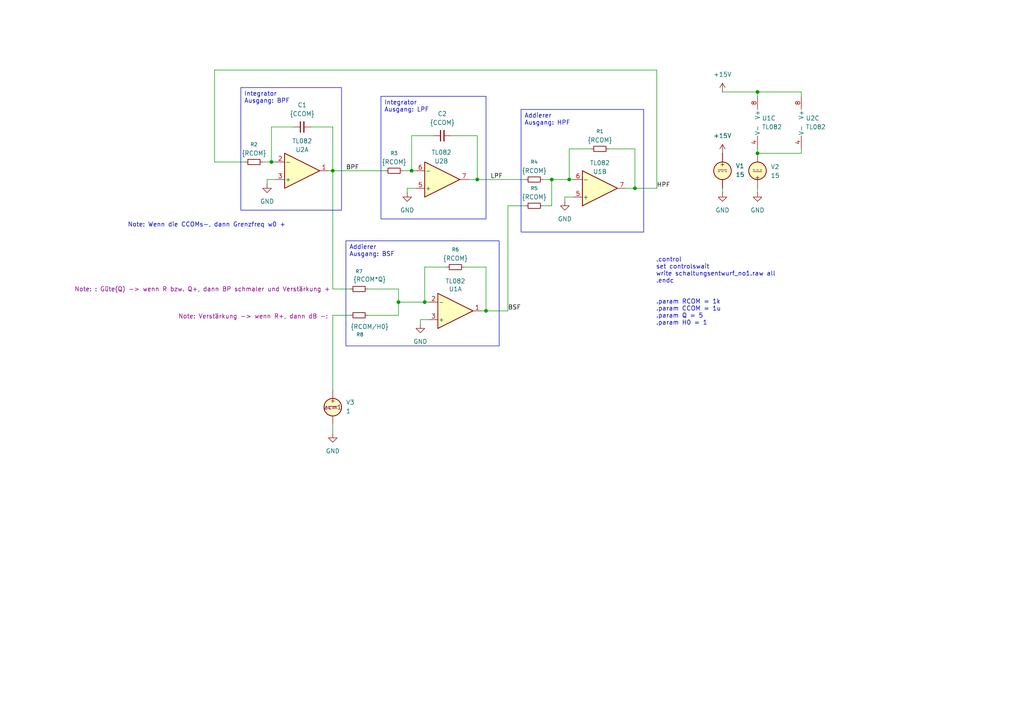
<source format=kicad_sch>
(kicad_sch (version 20250114) (generator "eeschema") (generator_version "9.0")
  (paper "A4")
  (lib_symbols
    (symbol "Amplifier_Operational:TL082" (pin_names (offset 0.127))
      (property "Reference" "U" (at 0 5.08 0))
      (property "Value" "TL082" (at 0 -5.08 0))
      (symbol "TL082_1_1"
        (polyline (pts (xy -5.08 5.08) (xy 5.08 0) (xy -5.08 -5.08) (xy -5.08 5.08)) (stroke (width 0.254)) (fill (type background)))
        (pin input line (at -7.62 2.54 0) (length 2.54) (name "+") (number "3"))
        (pin input line (at -7.62 -2.54 0) (length 2.54) (name "-") (number "2"))
        (pin output line (at 7.62 0 180) (length 2.54) (name "~") (number "1"))
      )
      (symbol "TL082_2_1"
        (polyline (pts (xy -5.08 5.08) (xy 5.08 0) (xy -5.08 -5.08) (xy -5.08 5.08)) (stroke (width 0.254)) (fill (type background)))
        (pin input line (at -7.62 2.54 0) (length 2.54) (name "+") (number "5"))
        (pin input line (at -7.62 -2.54 0) (length 2.54) (name "-") (number "6"))
        (pin output line (at 7.62 0 180) (length 2.54) (name "~") (number "7"))
      )
      (symbol "TL082_3_1"
        (pin power_in line (at -2.54 7.62 270) (length 3.81) (name "V+") (number "8"))
        (pin power_in line (at -2.54 -7.62 90) (length 3.81) (name "V-") (number "4"))
      )
    )
    (symbol "Device:C_Small" (pin_numbers (hide yes)) (pin_names (offset 0.254) (hide yes))
      (property "Reference" "C" (at 0.254 1.778 0))
      (property "Value" "C_Small" (at 0.254 -2.032 0))
      (symbol "C_Small_0_1"
        (polyline (pts (xy -1.524 0.508) (xy 1.524 0.508)) (stroke (width 0.3048)))
        (polyline (pts (xy -1.524 -0.508) (xy 1.524 -0.508)) (stroke (width 0.3302)))
      )
      (symbol "C_Small_1_1"
        (pin passive line (at 0 2.54 270) (length 2.032) (name "~") (number "1"))
        (pin passive line (at 0 -2.54 90) (length 2.032) (name "~") (number "2"))
      )
    )
    (symbol "Device:R_Small" (pin_numbers (hide yes)) (pin_names (offset 0.254) (hide yes))
      (property "Reference" "R" (at 0 0 90))
      (property "Value" "R_Small" (at 1.778 0 90))
      (symbol "R_Small_0_1"
        (rectangle (start -0.762 1.778) (end 0.762 -1.778) (stroke (width 0.2032)))
      )
      (symbol "R_Small_1_1"
        (pin passive line (at 0 2.54 270) (length 0.762) (name "~") (number "1"))
        (pin passive line (at 0 -2.54 90) (length 0.762) (name "~") (number "2"))
      )
    )
    (symbol "Simulation_SPICE:VDC" (pin_numbers (hide yes)) (pin_names (offset 0.0254))
      (property "Reference" "V" (at 2.54 2.54 0))
      (property "Value" "1" (at 2.54 0 0))
      (symbol "VDC_0_0"
        (polyline (pts (xy -1.27 0.254) (xy 1.27 0.254)))
        (polyline (pts (xy -0.762 -0.254) (xy -1.27 -0.254)))
        (polyline (pts (xy 0.254 -0.254) (xy -0.254 -0.254)))
        (polyline (pts (xy 1.27 -0.254) (xy 0.762 -0.254)))
        (text "+" (at 0 1.905 0) (effects (font (size 1.27 1.27))))
      )
      (symbol "VDC_0_1"
        (circle (center 0 0) (radius 2.54) (stroke (width 0.254)) (fill (type background)))
      )
      (symbol "VDC_1_1"
        (pin passive line (at 0 5.08 270) (length 2.54) (name "~") (number "1"))
        (pin passive line (at 0 -5.08 90) (length 2.54) (name "~") (number "2"))
      )
    )
    (symbol "power:+15V" (power) (pin_numbers (hide yes)) (pin_names (offset 0) (hide yes))
      (property "Value" "+15V" (at 0 3.556 0))
      (symbol "+15V_0_1"
        (polyline (pts (xy -0.762 1.27) (xy 0 2.54)))
        (polyline (pts (xy 0 2.54) (xy 0.762 1.27)))
        (polyline (pts (xy 0 0) (xy 0 2.54)))
      )
      (symbol "+15V_1_1"
        (pin power_in line (at 0 0 90) (length 0) (name "~") (number "1"))
      )
    )
    (symbol "power:GND" (power) (pin_numbers (hide yes)) (pin_names (offset 0) (hide yes))
      (property "Value" "GND" (at 0 -3.81 0))
      (symbol "GND_0_1"
        (polyline (pts (xy 0 0) (xy 0 -1.27) (xy 1.27 -1.27) (xy 0 -2.54) (xy -1.27 -1.27) (xy 0 -1.27)))
      )
      (symbol "GND_1_1"
        (pin power_in line (at 0 0 270) (length 0) (name "~") (number "1"))
      )
    )
  )
  (text ".control\nset controlswait\nwrite schaltungsentwurf_no1.raw all\n.endc" (at 190.246 78.486 0) (effects (font (size 1.27 1.27)) (justify left)))
  (text "Note: Wenn die CCOMs-, dann Grenzfreq w0 +" (at 59.944 65.278 0) (effects (font (size 1.27 1.27))))
  (text ".param RCOM = 1k\n.param CCOM = 1u\n.param Q = 5\n.param H0 = 1\n\n" (at 190.246 86.868 0) (effects (font (size 1.27 1.27)) (justify left top)))
  (text_box "Integrator\nAusgang: LPF\n" (at 110.49 27.94 0) (size 30.48 35.56) (margins 0.9525 0.9525 0.9525 0.9525) (effects (font (size 1.27 1.27)) (justify left top)))
  (text_box "Addierer\nAusgang: HPF\n" (at 151.13 31.75 0) (size 35.56 35.56) (margins 0.9525 0.9525 0.9525 0.9525) (effects (font (size 1.27 1.27)) (justify left top)))
  (text_box "Addierer\nAusgang: BSF\n" (at 100.33 69.85 0) (size 44.45 30.48) (margins 0.9525 0.9525 0.9525 0.9525) (effects (font (size 1.27 1.27)) (justify left top)))
  (text_box "Integrator\nAusgang: BPF\n" (at 69.85 25.4 0) (size 29.21 35.56) (margins 0.9525 0.9525 0.9525 0.9525) (effects (font (size 1.27 1.27)) (justify left top)))
  (junction (at 219.71 26.67))
  (junction (at 140.97 90.17))
  (junction (at 119.38 49.53))
  (junction (at 184.15 54.61))
  (junction (at 96.52 49.53))
  (junction (at 219.71 44.45))
  (junction (at 123.19 87.63))
  (junction (at 160.02 52.07))
  (junction (at 115.57 87.63))
  (junction (at 138.43 52.07))
  (junction (at 78.74 46.99))
  (junction (at 165.1 52.07))
  (wire (pts (xy 219.71 43.18) (xy 219.71 44.45)))
  (wire (pts (xy 118.11 54.61) (xy 120.65 54.61)))
  (wire (pts (xy 190.5 20.32) (xy 190.5 54.61)))
  (wire (pts (xy 90.17 36.83) (xy 96.52 36.83)))
  (wire (pts (xy 140.97 90.17) (xy 140.97 77.47)))
  (wire (pts (xy 176.53 43.18) (xy 184.15 43.18)))
  (wire (pts (xy 171.45 43.18) (xy 165.1 43.18)))
  (wire (pts (xy 106.68 91.44) (xy 115.57 91.44)))
  (wire (pts (xy 77.47 52.07) (xy 80.01 52.07)))
  (wire (pts (xy 96.52 83.82) (xy 101.6 83.82)))
  (wire (pts (xy 96.52 36.83) (xy 96.52 49.53)))
  (wire (pts (xy 77.47 53.34) (xy 77.47 52.07)))
  (wire (pts (xy 165.1 43.18) (xy 165.1 52.07)))
  (wire (pts (xy 123.19 87.63) (xy 124.46 87.63)))
  (wire (pts (xy 232.41 44.45) (xy 219.71 44.45)))
  (wire (pts (xy 76.2 46.99) (xy 78.74 46.99)))
  (wire (pts (xy 135.89 52.07) (xy 138.43 52.07)))
  (wire (pts (xy 232.41 43.18) (xy 232.41 44.45)))
  (wire (pts (xy 165.1 52.07) (xy 166.37 52.07)))
  (wire (pts (xy 96.52 123.19) (xy 96.52 125.73)))
  (wire (pts (xy 85.09 36.83) (xy 78.74 36.83)))
  (wire (pts (xy 78.74 46.99) (xy 80.01 46.99)))
  (wire (pts (xy 190.5 54.61) (xy 184.15 54.61)))
  (wire (pts (xy 123.19 77.47) (xy 123.19 87.63)))
  (wire (pts (xy 119.38 39.37) (xy 119.38 49.53)))
  (wire (pts (xy 160.02 52.07) (xy 165.1 52.07)))
  (wire (pts (xy 116.84 49.53) (xy 119.38 49.53)))
  (wire (pts (xy 71.12 46.99) (xy 62.23 46.99)))
  (wire (pts (xy 115.57 91.44) (xy 115.57 87.63)))
  (wire (pts (xy 115.57 83.82) (xy 115.57 87.63)))
  (wire (pts (xy 147.32 59.69) (xy 152.4 59.69)))
  (wire (pts (xy 134.62 77.47) (xy 140.97 77.47)))
  (wire (pts (xy 147.32 90.17) (xy 140.97 90.17)))
  (wire (pts (xy 123.19 77.47) (xy 129.54 77.47)))
  (wire (pts (xy 115.57 87.63) (xy 123.19 87.63)))
  (wire (pts (xy 160.02 59.69) (xy 157.48 59.69)))
  (wire (pts (xy 138.43 39.37) (xy 138.43 52.07)))
  (wire (pts (xy 62.23 46.99) (xy 62.23 20.32)))
  (wire (pts (xy 118.11 55.88) (xy 118.11 54.61)))
  (wire (pts (xy 209.55 26.67) (xy 219.71 26.67)))
  (wire (pts (xy 209.55 54.61) (xy 209.55 55.88)))
  (wire (pts (xy 119.38 49.53) (xy 120.65 49.53)))
  (wire (pts (xy 219.71 55.88) (xy 219.71 54.61)))
  (wire (pts (xy 106.68 83.82) (xy 115.57 83.82)))
  (wire (pts (xy 78.74 36.83) (xy 78.74 46.99)))
  (wire (pts (xy 163.83 58.42) (xy 163.83 57.15)))
  (wire (pts (xy 119.38 39.37) (xy 125.73 39.37)))
  (wire (pts (xy 130.81 39.37) (xy 138.43 39.37)))
  (wire (pts (xy 62.23 20.32) (xy 190.5 20.32)))
  (wire (pts (xy 96.52 91.44) (xy 96.52 113.03)))
  (wire (pts (xy 147.32 59.69) (xy 147.32 90.17)))
  (wire (pts (xy 184.15 54.61) (xy 181.61 54.61)))
  (wire (pts (xy 121.92 92.71) (xy 121.92 93.98)))
  (wire (pts (xy 138.43 52.07) (xy 152.4 52.07)))
  (wire (pts (xy 157.48 52.07) (xy 160.02 52.07)))
  (wire (pts (xy 124.46 92.71) (xy 121.92 92.71)))
  (wire (pts (xy 95.25 49.53) (xy 96.52 49.53)))
  (wire (pts (xy 232.41 27.94) (xy 232.41 26.67)))
  (wire (pts (xy 140.97 90.17) (xy 139.7 90.17)))
  (wire (pts (xy 219.71 26.67) (xy 219.71 27.94)))
  (wire (pts (xy 184.15 43.18) (xy 184.15 54.61)))
  (wire (pts (xy 96.52 91.44) (xy 101.6 91.44)))
  (wire (pts (xy 160.02 59.69) (xy 160.02 52.07)))
  (wire (pts (xy 96.52 49.53) (xy 96.52 83.82)))
  (wire (pts (xy 96.52 49.53) (xy 111.76 49.53)))
  (wire (pts (xy 163.83 57.15) (xy 166.37 57.15)))
  (wire (pts (xy 219.71 26.67) (xy 232.41 26.67)))
  (label "HPF" (at 190.5 54.61 0))
  (label "LPF" (at 142.24 52.07 0))
  (label "BPF" (at 100.33 49.53 0))
  (label "BSF" (at 147.32 90.17 0))
  (symbol (lib_id "Amplifier_Operational:TL082") (at 222.25 35.56 0) (unit 3)
    (property "Reference" "U1" (at 220.98 34.2899 0) (effects (justify left)))
    (property "Value" "TL082" (at 220.98 36.8299 0) (effects (justify left)))
    (property "Footprint" "Package_DIP:CERDIP-8_W7.62mm_SideBrazed_LongPads_Socket" (effects (hide yes)))
    (property "Datasheet" "http://www.ti.com/lit/ds/symlink/tl081.pdf" (effects (hide yes)))
    (property "Description" "Dual JFET-Input Operational Amplifiers, DIP-8/SOIC-8/SSOP-8" (effects (hide yes)))
    (property "Sim.Library" "TL082-dual.lib" (effects (hide yes)))
    (property "Sim.Name" "TL082-dual" (effects (hide yes)))
    (property "Sim.Device" "SUBCKT" (effects (hide yes)))
    (property "Sim.Pins" "1=1out 2=1in- 3=1in+ 4=vcc- 5=2in+ 6=2in- 7=2out 8=vcc+" (effects (hide yes)))
  )
  (symbol (lib_id "Device:R_Small") (at 73.66 46.99 90) (unit 1)
    (property "Reference" "R2" (at 73.66 41.91 90) (effects (font (size 1.016 1.016))))
    (property "Value" "{RCOM}" (at 73.66 44.45 90))
    (property "Footprint" "000_Footprints:Resistor" (effects (hide yes)))
    (property "Description" "Resistor, small symbol" (effects (hide yes)))
  )
  (symbol (lib_id "Device:R_Small") (at 154.94 52.07 90) (unit 1)
    (property "Reference" "R4" (at 154.94 46.99 90) (effects (font (size 1.016 1.016))))
    (property "Value" "{RCOM}" (at 154.94 49.53 90))
    (property "Footprint" "000_Footprints:Resistor" (effects (hide yes)))
    (property "Description" "Resistor, small symbol" (effects (hide yes)))
  )
  (symbol (lib_id "Simulation_SPICE:VDC") (at 96.52 118.11 0) (unit 1)
    (property "Reference" "V3" (at 100.33 116.7101 0) (effects (justify left)))
    (property "Value" "1" (at 100.33 119.2501 0) (effects (justify left)))
    (property "Datasheet" "https://ngspice.sourceforge.io/docs/ngspice-html-manual/manual.xhtml#sec_Independent_Sources_for" (effects (hide yes)))
    (property "Description" "Voltage source, DC" (effects (hide yes)))
    (property "Sim.Pins" "1=+ 2=-" (effects (hide yes)))
    (property "Sim.Type" "DC" (effects (hide yes)))
    (property "Sim.Device" "V" (effects (hide yes)))
    (property "Sim.Params" "ac=1" (at 96.52 118.11 0))
  )
  (symbol (lib_id "power:GND") (at 163.83 58.42 0) (unit 1)
    (property "Reference" "#PWR04" (effects (hide yes)))
    (property "Value" "GND" (at 163.83 63.5 0))
    (property "Description" "Power symbol creates a global label with name \"GND\" , ground" (effects (hide yes)))
  )
  (symbol (lib_id "power:GND") (at 219.71 55.88 0) (unit 1)
    (property "Reference" "#PWR05" (effects (hide yes)))
    (property "Value" "GND" (at 219.71 60.96 0))
    (property "Description" "Power symbol creates a global label with name \"GND\" , ground" (effects (hide yes)))
  )
  (symbol (lib_id "Device:C_Small") (at 87.63 36.83 90) (unit 1)
    (property "Reference" "C1" (at 87.6363 30.48 90))
    (property "Value" "{CCOM}" (at 87.6363 33.02 90))
    (property "Description" "Unpolarized capacitor, small symbol" (effects (hide yes)))
  )
  (symbol (lib_id "Simulation_SPICE:VDC") (at 219.71 49.53 180) (unit 1)
    (property "Reference" "V2" (at 223.52 48.3897 0) (effects (justify right)))
    (property "Value" "15" (at 223.52 50.9297 0) (effects (justify right)))
    (property "Datasheet" "https://ngspice.sourceforge.io/docs/ngspice-html-manual/manual.xhtml#sec_Independent_Sources_for" (effects (hide yes)))
    (property "Description" "Voltage source, DC" (effects (hide yes)))
    (property "Sim.Pins" "1=+ 2=-" (effects (hide yes)))
    (property "Sim.Type" "DC" (effects (hide yes)))
    (property "Sim.Device" "V" (effects (hide yes)))
  )
  (symbol (lib_id "power:GND") (at 121.92 93.98 0) (unit 1)
    (property "Reference" "#PWR06" (effects (hide yes)))
    (property "Value" "GND" (at 121.92 99.06 0))
    (property "Description" "Power symbol creates a global label with name \"GND\" , ground" (effects (hide yes)))
  )
  (symbol (lib_id "Device:C_Small") (at 128.27 39.37 90) (unit 1)
    (property "Reference" "C2" (at 128.2763 33.02 90))
    (property "Value" "{CCOM}" (at 128.2763 35.56 90))
    (property "Description" "Unpolarized capacitor, small symbol" (effects (hide yes)))
  )
  (symbol (lib_id "Amplifier_Operational:TL082") (at 173.99 54.61 0) (mirror x) (unit 2)
    (property "Reference" "U1" (at 173.99 49.784 0))
    (property "Value" "TL082" (at 173.99 47.244 0))
    (property "Footprint" "Package_DIP:CERDIP-8_W7.62mm_SideBrazed_LongPads_Socket" (effects (hide yes)))
    (property "Datasheet" "http://www.ti.com/lit/ds/symlink/tl081.pdf" (effects (hide yes)))
    (property "Description" "Dual JFET-Input Operational Amplifiers, DIP-8/SOIC-8/SSOP-8" (effects (hide yes)))
    (property "Sim.Library" "TL082-dual.lib" (effects (hide yes)))
    (property "Sim.Name" "TL082-dual" (effects (hide yes)))
    (property "Sim.Device" "SUBCKT" (effects (hide yes)))
    (property "Sim.Pins" "1=1out 2=1in- 3=1in+ 4=vcc- 5=2in+ 6=2in- 7=2out 8=vcc+" (effects (hide yes)))
  )
  (symbol (lib_id "power:GND") (at 118.11 55.88 0) (unit 1)
    (property "Reference" "#PWR03" (effects (hide yes)))
    (property "Value" "GND" (at 118.11 60.96 0))
    (property "Description" "Power symbol creates a global label with name \"GND\" , ground" (effects (hide yes)))
  )
  (symbol (lib_id "Device:R_Small") (at 173.99 43.18 90) (unit 1)
    (property "Reference" "R1" (at 173.99 38.1 90) (effects (font (size 1.016 1.016))))
    (property "Value" "{RCOM}" (at 173.99 40.64 90))
    (property "Footprint" "000_Footprints:Resistor" (effects (hide yes)))
    (property "Description" "Resistor, small symbol" (effects (hide yes)))
  )
  (symbol (lib_id "power:GND") (at 96.52 125.73 0) (unit 1)
    (property "Reference" "#PWR07" (effects (hide yes)))
    (property "Value" "GND" (at 96.52 130.81 0))
    (property "Description" "Power symbol creates a global label with name \"GND\" , ground" (effects (hide yes)))
  )
  (symbol (lib_id "Amplifier_Operational:TL082") (at 132.08 90.17 0) (mirror x) (unit 1)
    (property "Reference" "U1" (at 132.08 83.82 0))
    (property "Value" "TL082" (at 132.08 81.534 0))
    (property "Footprint" "Package_DIP:CERDIP-8_W7.62mm_SideBrazed_LongPads_Socket" (effects (hide yes)))
    (property "Datasheet" "http://www.ti.com/lit/ds/symlink/tl081.pdf" (effects (hide yes)))
    (property "Description" "Dual JFET-Input Operational Amplifiers, DIP-8/SOIC-8/SSOP-8" (effects (hide yes)))
    (property "Sim.Library" "TL082-dual.lib" (effects (hide yes)))
    (property "Sim.Name" "TL082-dual" (effects (hide yes)))
    (property "Sim.Device" "SUBCKT" (effects (hide yes)))
    (property "Sim.Pins" "1=1out 2=1in- 3=1in+ 4=vcc- 5=2in+ 6=2in- 7=2out 8=vcc+" (effects (hide yes)))
  )
  (symbol (lib_id "Device:R_Small") (at 104.14 83.82 90) (unit 1)
    (property "Reference" "R7" (at 104.14 78.74 90) (effects (font (size 1.016 1.016))))
    (property "Value" "{RCOM*Q}" (at 107.188 81.026 90))
    (property "Footprint" "000_Footprints:Trimmer straight" (effects (hide yes)))
    (property "Description" "Resistor, small symbol" (effects (hide yes)))
    (property "Note: " "Güte(Q) -> wenn R bzw. Q+, dann BP schmaler und Verstärkung +" (at 58.674 83.82 90) (show_name yes))
  )
  (symbol (lib_id "power:GND") (at 77.47 53.34 0) (unit 1)
    (property "Reference" "#PWR02" (effects (hide yes)))
    (property "Value" "GND" (at 77.47 58.42 0))
    (property "Description" "Power symbol creates a global label with name \"GND\" , ground" (effects (hide yes)))
  )
  (symbol (lib_id "Simulation_SPICE:VDC") (at 209.55 49.53 0) (unit 1)
    (property "Reference" "V1" (at 213.36 48.1301 0) (effects (justify left)))
    (property "Value" "15" (at 213.36 50.6701 0) (effects (justify left)))
    (property "Datasheet" "https://ngspice.sourceforge.io/docs/ngspice-html-manual/manual.xhtml#sec_Independent_Sources_for" (effects (hide yes)))
    (property "Description" "Voltage source, DC" (effects (hide yes)))
    (property "Sim.Pins" "1=+ 2=-" (effects (hide yes)))
    (property "Sim.Type" "DC" (effects (hide yes)))
    (property "Sim.Device" "V" (effects (hide yes)))
  )
  (symbol (lib_id "Device:R_Small") (at 132.08 77.47 90) (unit 1)
    (property "Reference" "R6" (at 132.08 72.39 90) (effects (font (size 1.016 1.016))))
    (property "Value" "{RCOM}" (at 132.08 74.93 90))
    (property "Footprint" "000_Footprints:Resistor" (effects (hide yes)))
    (property "Description" "Resistor, small symbol" (effects (hide yes)))
  )
  (symbol (lib_id "Device:R_Small") (at 104.14 91.44 90) (unit 1)
    (property "Reference" "R8" (at 104.394 97.028 90) (effects (font (size 1.016 1.016))))
    (property "Value" "{RCOM/H0}" (at 107.188 94.742 90))
    (property "Footprint" "000_Footprints:Trimmer straight" (effects (hide yes)))
    (property "Description" "Resistor, small symbol" (effects (hide yes)))
  )
  (symbol (lib_id "power:+15V") (at 209.55 26.67 0) (unit 1)
    (property "Reference" "#PWR08" (effects (hide yes)))
    (property "Value" "+15V" (at 209.55 21.59 0))
    (property "Description" "Power symbol creates a global label with name \"+15V\"" (effects (hide yes)))
  )
  (symbol (lib_id "power:GND") (at 209.55 55.88 0) (unit 1)
    (property "Reference" "#PWR01" (effects (hide yes)))
    (property "Value" "GND" (at 209.55 60.96 0))
    (property "Description" "Power symbol creates a global label with name \"GND\" , ground" (effects (hide yes)))
  )
  (symbol (lib_id "Amplifier_Operational:TL082") (at 234.95 35.56 0) (unit 3)
    (property "Reference" "U2" (at 233.68 34.2899 0) (effects (justify left)))
    (property "Value" "TL082" (at 233.68 36.8299 0) (effects (justify left)))
    (property "Footprint" "Package_DIP:CERDIP-8_W7.62mm_SideBrazed_LongPads_Socket" (effects (hide yes)))
    (property "Datasheet" "http://www.ti.com/lit/ds/symlink/tl081.pdf" (effects (hide yes)))
    (property "Description" "Dual JFET-Input Operational Amplifiers, DIP-8/SOIC-8/SSOP-8" (effects (hide yes)))
    (property "Sim.Library" "TL082-dual.lib" (effects (hide yes)))
    (property "Sim.Name" "TL082-dual" (effects (hide yes)))
    (property "Sim.Device" "SUBCKT" (effects (hide yes)))
    (property "Sim.Pins" "1=1out 2=1in- 3=1in+ 4=vcc- 5=2in+ 6=2in- 7=2out 8=vcc+" (effects (hide yes)))
  )
  (symbol (lib_id "power:+15V") (at 209.55 44.45 0) (unit 1)
    (property "Reference" "#PWR09" (effects (hide yes)))
    (property "Value" "+15V" (at 209.55 39.37 0))
    (property "Description" "Power symbol creates a global label with name \"+15V\"" (effects (hide yes)))
  )
  (symbol (lib_id "Amplifier_Operational:TL082") (at 87.63 49.53 0) (mirror x) (unit 1)
    (property "Reference" "U2" (at 87.63 43.434 0))
    (property "Value" "TL082" (at 87.63 40.894 0))
    (property "Footprint" "Package_DIP:CERDIP-8_W7.62mm_SideBrazed_LongPads_Socket" (effects (hide yes)))
    (property "Datasheet" "http://www.ti.com/lit/ds/symlink/tl081.pdf" (effects (hide yes)))
    (property "Description" "Dual JFET-Input Operational Amplifiers, DIP-8/SOIC-8/SSOP-8" (effects (hide yes)))
    (property "Sim.Library" "TL082-dual.lib" (effects (hide yes)))
    (property "Sim.Name" "TL082-dual" (effects (hide yes)))
    (property "Sim.Device" "SUBCKT" (effects (hide yes)))
    (property "Sim.Pins" "1=1out 2=1in- 3=1in+ 4=vcc- 5=2in+ 6=2in- 7=2out 8=vcc+" (effects (hide yes)))
  )
  (symbol (lib_id "Amplifier_Operational:TL082") (at 128.27 52.07 0) (mirror x) (unit 2)
    (property "Reference" "U2" (at 128.016 46.736 0))
    (property "Value" "TL082" (at 128.016 44.196 0))
    (property "Footprint" "Package_DIP:CERDIP-8_W7.62mm_SideBrazed_LongPads_Socket" (effects (hide yes)))
    (property "Datasheet" "http://www.ti.com/lit/ds/symlink/tl081.pdf" (effects (hide yes)))
    (property "Description" "Dual JFET-Input Operational Amplifiers, DIP-8/SOIC-8/SSOP-8" (effects (hide yes)))
    (property "Sim.Library" "TL082-dual.lib" (effects (hide yes)))
    (property "Sim.Name" "TL082-dual" (effects (hide yes)))
    (property "Sim.Device" "SUBCKT" (effects (hide yes)))
    (property "Sim.Pins" "1=1out 2=1in- 3=1in+ 4=vcc- 5=2in+ 6=2in- 7=2out 8=vcc+" (effects (hide yes)))
  )
  (symbol (lib_id "Device:R_Small") (at 114.3 49.53 90) (unit 1)
    (property "Reference" "R3" (at 114.3 44.45 90) (effects (font (size 1.016 1.016))))
    (property "Value" "{RCOM}" (at 114.3 46.99 90))
    (property "Footprint" "000_Footprints:Resistor" (effects (hide yes)))
    (property "Description" "Resistor, small symbol" (effects (hide yes)))
  )
  (symbol (lib_id "Device:R_Small") (at 154.94 59.69 90) (unit 1)
    (property "Reference" "R5" (at 154.94 54.61 90) (effects (font (size 1.016 1.016))))
    (property "Value" "{RCOM}" (at 154.94 57.15 90))
    (property "Footprint" "000_Footprints:Resistor" (effects (hide yes)))
    (property "Description" "Resistor, small symbol" (effects (hide yes)))
  )
)
</source>
